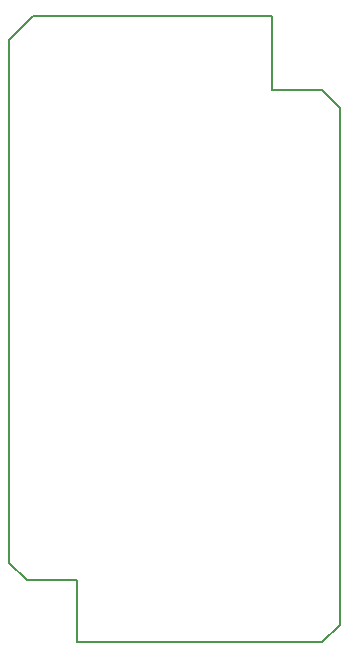
<source format=gm1>
G04 #@! TF.FileFunction,Profile,NP*
%FSLAX46Y46*%
G04 Gerber Fmt 4.6, Leading zero omitted, Abs format (unit mm)*
G04 Created by KiCad (PCBNEW 4.0.6) date 07/23/18 23:10:11*
%MOMM*%
%LPD*%
G01*
G04 APERTURE LIST*
%ADD10C,0.100000*%
%ADD11C,0.150000*%
G04 APERTURE END LIST*
D10*
D11*
X144900000Y-116850000D02*
X144900000Y-122100000D01*
X167150000Y-120600000D02*
X167150000Y-120100000D01*
X165650000Y-122100000D02*
X167150000Y-120600000D01*
X144900000Y-122100000D02*
X165650000Y-122100000D01*
X167150000Y-76850000D02*
X167150000Y-120100000D01*
X139150000Y-115350000D02*
X139150000Y-71100000D01*
X140650000Y-116850000D02*
X144900000Y-116850000D01*
X140650000Y-116850000D02*
X139150000Y-115350000D01*
X141150000Y-69100000D02*
X161400000Y-69100000D01*
X141150000Y-69100000D02*
X139150000Y-71100000D01*
X165650000Y-75350000D02*
X161400000Y-75350000D01*
X165650000Y-75350000D02*
X167150000Y-76850000D01*
X161400000Y-69100000D02*
X161400000Y-75350000D01*
M02*

</source>
